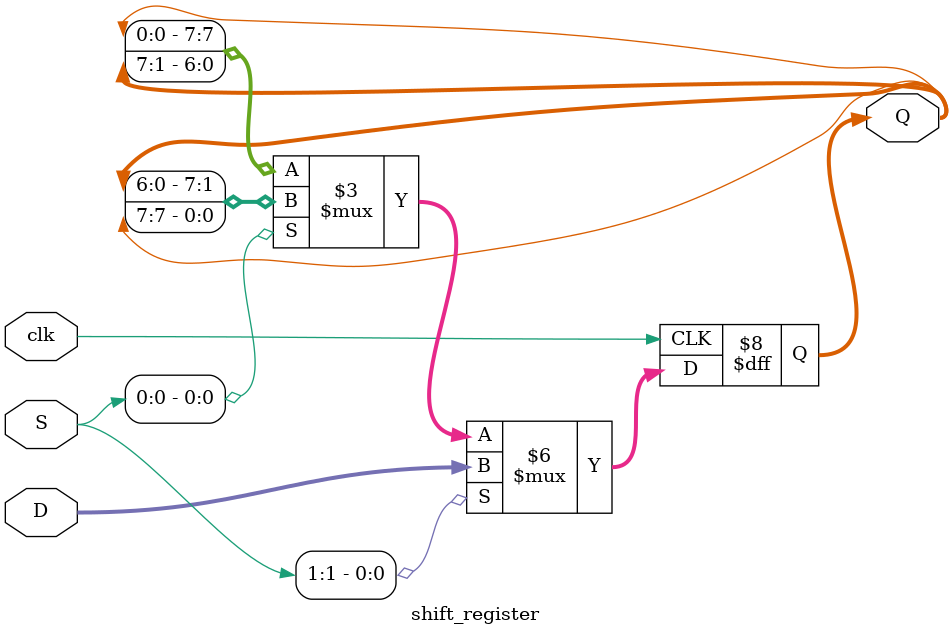
<source format=v>
`timescale 1ns / 1ps

module shift_register(
    input clk,
    input [1:0] S,
    input [7:0] D,
    output reg [7:0] Q 
    );
    
    always @ (posedge clk)
    if (S[1])
        Q <= D;
    else if (S[0])
        Q <= {Q[6:0], Q[7]};
    else
        Q <= {Q[0], Q[7:1]};
    
endmodule

</source>
